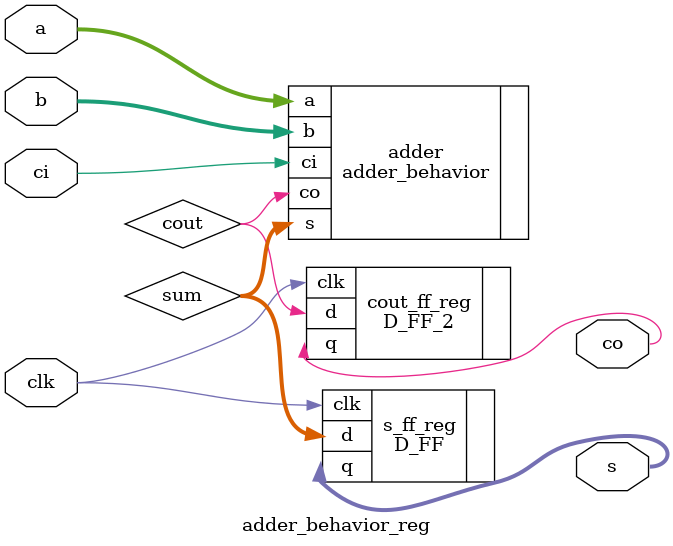
<source format=v>

module adder_behavior_reg(s, co, a, b, ci, clk);
    parameter width = 32;
    output [width-1:0] s;
    output co;
    input [width-1:0] a,b;
    input ci;
    input clk;

    wire cout;
    wire [31:0] sum;

    adder_behavior adder (
        .s(sum),
        .co(cout),
        .a(a),
        .b(b),
        .ci(ci)
    );

    D_FF s_ff_reg (
        .clk(clk),
        .d(sum),
        .q(s)
    );

    D_FF_2 cout_ff_reg (
        .clk(clk),
        .d( cout), 
        .q(co)
    );

endmodule
</source>
